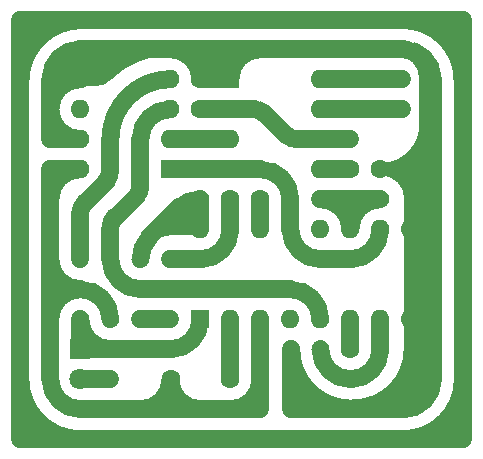
<source format=gbr>
%TF.GenerationSoftware,KiCad,Pcbnew,7.0.5*%
%TF.CreationDate,2024-11-04T15:19:44-05:00*%
%TF.ProjectId,93c46a_cnc,39336334-3661-45f6-936e-632e6b696361,rev?*%
%TF.SameCoordinates,Original*%
%TF.FileFunction,Copper,L2,Bot*%
%TF.FilePolarity,Positive*%
%FSLAX46Y46*%
G04 Gerber Fmt 4.6, Leading zero omitted, Abs format (unit mm)*
G04 Created by KiCad (PCBNEW 7.0.5) date 2024-11-04 15:19:44*
%MOMM*%
%LPD*%
G01*
G04 APERTURE LIST*
G04 Aperture macros list*
%AMHorizOval*
0 Thick line with rounded ends*
0 $1 width*
0 $2 $3 position (X,Y) of the first rounded end (center of the circle)*
0 $4 $5 position (X,Y) of the second rounded end (center of the circle)*
0 Add line between two ends*
20,1,$1,$2,$3,$4,$5,0*
0 Add two circle primitives to create the rounded ends*
1,1,$1,$2,$3*
1,1,$1,$4,$5*%
G04 Aperture macros list end*
%TA.AperFunction,NonConductor*%
%ADD10C,1.500000*%
%TD*%
%TA.AperFunction,NonConductor*%
%ADD11C,1.000000*%
%TD*%
%TA.AperFunction,ComponentPad*%
%ADD12C,1.600000*%
%TD*%
%TA.AperFunction,ComponentPad*%
%ADD13R,1.800000X1.800000*%
%TD*%
%TA.AperFunction,ComponentPad*%
%ADD14C,1.800000*%
%TD*%
%TA.AperFunction,ComponentPad*%
%ADD15C,1.400000*%
%TD*%
%TA.AperFunction,ComponentPad*%
%ADD16O,1.400000X1.400000*%
%TD*%
%TA.AperFunction,ComponentPad*%
%ADD17R,1.600000X1.600000*%
%TD*%
%TA.AperFunction,ComponentPad*%
%ADD18O,1.600000X1.600000*%
%TD*%
%TA.AperFunction,ComponentPad*%
%ADD19HorizOval,1.400000X0.000000X0.000000X0.000000X0.000000X0*%
%TD*%
%TA.AperFunction,ViaPad*%
%ADD20C,1.250000*%
%TD*%
%TA.AperFunction,ViaPad*%
%ADD21C,1.600000*%
%TD*%
%TA.AperFunction,Conductor*%
%ADD22C,1.500000*%
%TD*%
%TA.AperFunction,Conductor*%
%ADD23C,1.000000*%
%TD*%
G04 APERTURE END LIST*
D10*
X37147500Y37247102D02*
X39052500Y35342102D01*
X39052500Y37826895D02*
X39052500Y30262102D01*
X33972500Y37826895D02*
X39052500Y37826895D01*
X1587500Y35269371D02*
X3565231Y37247102D01*
X1587500Y37826895D02*
X1587500Y32711847D01*
X6813970Y37826895D02*
X1587500Y37826895D01*
X4127500Y2322102D02*
X2222500Y4227102D01*
X7937500Y2322102D02*
X4127500Y2322102D01*
X1587500Y2322102D02*
X7937500Y2322102D01*
X1587500Y7402102D02*
X1587500Y2322102D01*
X39052500Y4227102D02*
X37147500Y2322102D01*
X39052500Y8672102D02*
X39052500Y4227102D01*
X39052500Y2322102D02*
X39052500Y8672102D01*
X33972500Y2322102D02*
X39052500Y2322102D01*
X33979518Y4842082D02*
G75*
G03*
X36519518Y7382082I0J2540000D01*
G01*
X6813970Y37826895D02*
X33972500Y37826895D01*
X1587500Y7402102D02*
X1587500Y32711847D01*
X6762537Y37807643D02*
G75*
G03*
X1592282Y32637388I0J-5170255D01*
G01*
X6667500Y2322102D02*
X33972500Y2322102D01*
X1587500Y7402102D02*
G75*
G03*
X6667500Y2322102I5080000J0D01*
G01*
X39052500Y32802102D02*
X39052500Y7402102D01*
X33972500Y2322102D02*
G75*
G03*
X39052500Y7402102I0J5080000D01*
G01*
X39024282Y32739547D02*
G75*
G03*
X33944282Y37819547I-5080000J0D01*
G01*
X24516679Y4862102D02*
X28257500Y4862102D01*
X24516679Y9942102D02*
X24516679Y4862102D01*
X21907500Y4862102D02*
X19367500Y4862102D01*
X21907500Y9942102D02*
X21907500Y4862102D01*
X24524069Y7402102D02*
X24524069Y9942102D01*
X24524069Y7402102D02*
G75*
G03*
X26987500Y4938671I2463431J0D01*
G01*
X33972500Y4862102D02*
X26987500Y4862102D01*
X24516679Y9942102D02*
G75*
G03*
X29527500Y4931281I5010821J0D01*
G01*
X35877500Y7402102D02*
X33972500Y5497102D01*
X29799540Y4938671D02*
G75*
G03*
X34802971Y9942102I0J5003431D01*
G01*
X35242500Y8037102D02*
X35242500Y5497102D01*
X36514103Y32802102D02*
X36514103Y7402102D01*
X36514103Y32802102D02*
G75*
G03*
X33972500Y35343705I-2541603J0D01*
G01*
X6667500Y35343705D02*
X33972500Y35343705D01*
X6667500Y35343705D02*
G75*
G03*
X4125897Y32802102I0J-2541603D01*
G01*
X4127500Y27722102D02*
X4127500Y32711847D01*
X21907500Y7402102D02*
X21907500Y9942102D01*
X18732500Y4862102D02*
X19367500Y4862102D01*
X16827500Y4862102D02*
X18732500Y4862102D01*
X19367500Y4862102D02*
G75*
G03*
X21907500Y7402102I0J2540000D01*
G01*
X4127500Y7402102D02*
X4127500Y12482102D01*
X6667500Y4862102D02*
X16827500Y4862102D01*
X14287500Y7402102D02*
G75*
G03*
X16827500Y4862102I2540000J0D01*
G01*
X11747500Y4862102D02*
G75*
G03*
X14287500Y7402102I0J2540000D01*
G01*
X4127500Y7402102D02*
G75*
G03*
X6667500Y4862102I2540000J0D01*
G01*
X6667500Y12482102D02*
X6667500Y9942102D01*
X6667500Y15025854D02*
G75*
G03*
X4123748Y12482102I0J-2543752D01*
G01*
X4127500Y17562102D02*
G75*
G03*
X6663750Y15025852I2536250J0D01*
G01*
X9207500Y12482102D02*
G75*
G03*
X6667500Y15022102I-2540000J0D01*
G01*
X16827500Y22642101D02*
G75*
G03*
X15031449Y21898153I0J-2539999D01*
G01*
X12491449Y19358153D02*
G75*
G03*
X11747500Y17562102I1796051J-1796051D01*
G01*
D11*
X35319538Y7960064D02*
X34607500Y7960064D01*
X35319538Y7960064D02*
G75*
G03*
X35877500Y9307102I-1347038J1347038D01*
G01*
X35242500Y23912102D02*
X35242500Y8037102D01*
X34607500Y8037102D02*
X34607500Y13117102D01*
X35877500Y19467102D02*
X35877500Y9307102D01*
D10*
X26987500Y12482102D02*
G75*
G03*
X24447500Y15022102I-2540000J0D01*
G01*
X6667500Y27722102D02*
X4127500Y27722102D01*
X4127500Y30262102D02*
G75*
G03*
X6667500Y27722102I2540000J0D01*
G01*
X4127500Y25182102D02*
X4127500Y22642102D01*
X6667500Y25182102D02*
X4127500Y25182102D01*
D11*
X7937500Y32802102D02*
X10477500Y35342102D01*
X6667500Y32802102D02*
X9207500Y35342102D01*
X7937500Y32711847D02*
X6667500Y32711847D01*
X7937500Y32711847D02*
G75*
G03*
X8899346Y33110256I0J1360255D01*
G01*
X14287500Y35342102D02*
G75*
G03*
X8899346Y33110256I0J-7620000D01*
G01*
X6667500Y32802102D02*
X5615398Y33854204D01*
D10*
X6667500Y32802102D02*
G75*
G03*
X4127500Y30262102I0J-2540000D01*
G01*
D11*
X4127500Y30262102D02*
X4127500Y27722102D01*
X9207500Y35342102D02*
G75*
G03*
X4127500Y30262102I0J-5080000D01*
G01*
D10*
X15050072Y21986168D02*
X12510072Y19446168D01*
D11*
X16827500Y22642102D02*
X14287500Y20102102D01*
X14287500Y20102102D02*
G75*
G03*
X16827500Y22642102I0J2540000D01*
G01*
D10*
X16827500Y20102102D02*
X16827500Y22642102D01*
D11*
X29527500Y22642102D02*
X29527500Y20102102D01*
D10*
X26987500Y22642102D02*
X32067500Y22642102D01*
X29527500Y20102102D02*
G75*
G03*
X26987500Y22642102I-2540000J0D01*
G01*
X32067500Y22642102D02*
G75*
G03*
X29527500Y20102102I0J-2540000D01*
G01*
X4127500Y22642102D02*
X4127500Y12482102D01*
X6667500Y25182102D02*
G75*
G03*
X4127500Y22642102I0J-2540000D01*
G01*
X26987500Y9942102D02*
G75*
G03*
X29527500Y7402102I2540000J0D01*
G01*
X29527500Y7402102D02*
G75*
G03*
X32067500Y9942102I0J2540000D01*
G01*
D11*
X34607500Y20102102D02*
X34607500Y12482102D01*
X16827500Y34072102D02*
X19367500Y34072102D01*
X18097500Y32802102D02*
X16827500Y34072102D01*
X18097500Y35342102D02*
X18097500Y32802102D01*
X19367500Y35342102D02*
X18097500Y35342102D01*
X16827500Y32802102D02*
X19367500Y35342102D01*
X19367500Y32802102D02*
X16827500Y35342102D01*
X19367500Y32802102D02*
X19367500Y35342102D01*
X16827500Y32802102D02*
X16827500Y35342102D01*
X32067500Y25182102D02*
X34761577Y25182102D01*
X34761577Y26298025D02*
X34761577Y23912102D01*
X35242500Y20102102D02*
X35242500Y26452102D01*
X34607500Y20102102D02*
X35877500Y20102102D01*
X32067500Y25182102D02*
G75*
G03*
X35877500Y28992102I0J3810000D01*
G01*
X35877500Y32802102D02*
X35877500Y20102102D01*
X35877500Y32802102D02*
G75*
G03*
X33337500Y35342102I-2540000J0D01*
G01*
X19367500Y35342102D02*
X33337500Y35342102D01*
D10*
X21907500Y35342102D02*
G75*
G03*
X19367500Y32802102I0J-2540000D01*
G01*
X16827500Y32802102D02*
G75*
G03*
X14287500Y35342102I-2540000J0D01*
G01*
D11*
X9207500Y35342102D02*
X19367500Y35342102D01*
X9207500Y35342102D02*
G75*
G03*
X6667500Y32802102I0J-2540000D01*
G01*
D10*
X6663750Y21447421D02*
X6663750Y17562102D01*
X6667500Y9942102D02*
X14287500Y9942102D01*
X6667500Y12482102D02*
G75*
G03*
X9207500Y9942102I2540000J0D01*
G01*
X8847647Y24234008D02*
G75*
G03*
X9203750Y25093715I-859703J859707D01*
G01*
X7035724Y22345447D02*
G75*
G03*
X6663750Y21447421I898029J-898026D01*
G01*
X7035724Y22345447D02*
X8885966Y24195689D01*
X9207500Y27722102D02*
X9207500Y25182102D01*
X14287500Y32802102D02*
G75*
G03*
X9207500Y27722102I0J-5080000D01*
G01*
X11747500Y27722102D02*
X11747500Y23748396D01*
X14287500Y30262102D02*
G75*
G03*
X11747500Y27722102I0J-2540000D01*
G01*
X24447500Y22642102D02*
X24447500Y20102102D01*
X19367500Y25182102D02*
X21907500Y25182102D01*
X24447500Y22642102D02*
G75*
G03*
X21907500Y25182102I-2540000J0D01*
G01*
D11*
X34607500Y20102102D02*
X34607500Y22642102D01*
X34607500Y22642102D02*
G75*
G03*
X32067500Y25182102I-2540000J0D01*
G01*
D10*
X19367500Y30262102D02*
X21354353Y30262102D01*
X26987500Y27722102D02*
X25000647Y27722102D01*
X22206187Y29907532D02*
G75*
G03*
X21346480Y30263635I-859707J-859703D01*
G01*
X24094748Y28095609D02*
G75*
G03*
X24992774Y27723635I898026J898029D01*
G01*
X24094748Y28095609D02*
X22244506Y29945851D01*
D11*
X16827500Y20102102D02*
X14287500Y20102102D01*
X14287500Y20102102D02*
G75*
G03*
X11747500Y17562102I0J-2540000D01*
G01*
D10*
X14287500Y9942102D02*
G75*
G03*
X16827500Y12482102I0J2540000D01*
G01*
X29527500Y17562102D02*
X26987500Y17562102D01*
X29527500Y17562102D02*
G75*
G03*
X32067500Y20102102I0J2540000D01*
G01*
X24447500Y20102102D02*
G75*
G03*
X26987500Y17562102I2540000J0D01*
G01*
X16827500Y17562102D02*
G75*
G03*
X19367500Y20102102I0J2540000D01*
G01*
X9207500Y17562102D02*
G75*
G03*
X11747500Y15022102I2540000J0D01*
G01*
X24447500Y15022102D02*
X11747500Y15022102D01*
X9207500Y20102102D02*
X9207500Y17562102D01*
X9579474Y21081981D02*
X11429716Y22932223D01*
X11391397Y22888689D02*
G75*
G03*
X11747500Y23748396I-859706J859708D01*
G01*
X9579474Y21149120D02*
G75*
G03*
X9207500Y20251094I898025J-898025D01*
G01*
D12*
%TO.P,SW1,1,A*%
%TO.N,VCC*%
X14327500Y7402102D03*
%TO.P,SW1,2,B*%
%TO.N,/initiate_read*%
X19327500Y7402102D03*
%TD*%
D13*
%TO.P,D1,1,K*%
%TO.N,GND*%
X6667500Y9947102D03*
D14*
%TO.P,D1,2,A*%
%TO.N,Net-(D1-A)*%
X6667500Y7407102D03*
%TD*%
D15*
%TO.P,r8,1*%
%TO.N,VCC*%
X9207500Y12482102D03*
D16*
%TO.P,r8,2*%
%TO.N,Net-(D1-A)*%
X9207500Y7402102D03*
%TD*%
D15*
%TO.P,r5,1*%
%TO.N,GND*%
X6667500Y12482102D03*
D16*
%TO.P,r5,2*%
%TO.N,/rom_sdo*%
X6667500Y17562102D03*
%TD*%
D15*
%TO.P,r4,1*%
%TO.N,VCC*%
X11747500Y17562102D03*
D16*
%TO.P,r4,2*%
%TO.N,Net-(r2-Pad1)*%
X11747500Y12482102D03*
%TD*%
D17*
%TO.P,U2,1,A*%
%TO.N,GND*%
X16827500Y12482102D03*
D18*
%TO.P,U2,2,B*%
%TO.N,/initiate_read*%
X19367500Y12482102D03*
%TO.P,U2,3,Clr*%
%TO.N,VCC*%
X21907500Y12482102D03*
%TO.P,U2,4,~{Q}*%
%TO.N,unconnected-(U2A-~{Q}-Pad4)*%
X24447500Y12482102D03*
%TO.P,U2,5,Q*%
%TO.N,/rom_sdi*%
X26987500Y12482102D03*
%TO.P,U2,6,Cext*%
%TO.N,Net-(U2B-Cext)*%
X29527500Y12482102D03*
%TO.P,U2,7,RCext*%
%TO.N,Net-(U2B-RCext)*%
X32067500Y12482102D03*
%TO.P,U2,8,GND*%
%TO.N,GND*%
X34607500Y12482102D03*
%TO.P,U2,9,A*%
X34607500Y20102102D03*
%TO.P,U2,10,B*%
%TO.N,/rom_cs*%
X32067500Y20102102D03*
%TO.P,U2,11,Clr*%
%TO.N,VCC*%
X29527500Y20102102D03*
%TO.P,U2,12,~{Q}*%
%TO.N,unconnected-(U2B-~{Q}-Pad12)*%
X26987500Y20102102D03*
%TO.P,U2,13,Q*%
%TO.N,/rom_cs*%
X24447500Y20102102D03*
%TO.P,U2,14,Cext*%
%TO.N,Net-(U2A-Cext)*%
X21907500Y20102102D03*
%TO.P,U2,15,RCext*%
%TO.N,Net-(U2A-RCext)*%
X19367500Y20102102D03*
%TO.P,U2,16,VCC*%
%TO.N,VCC*%
X16827500Y20102102D03*
%TD*%
D16*
%TO.P,r3,2*%
%TO.N,Net-(U2B-RCext)*%
X26987500Y9942102D03*
D15*
%TO.P,r3,1*%
%TO.N,VCC*%
X21907500Y9942102D03*
%TD*%
%TO.P,r2,1*%
%TO.N,Net-(r2-Pad1)*%
X14287500Y12482102D03*
D16*
%TO.P,r2,2*%
%TO.N,Net-(U2A-RCext)*%
X14287500Y17562102D03*
%TD*%
D12*
%TO.P,C4,1*%
%TO.N,Net-(U2B-RCext)*%
X32027500Y9942102D03*
%TO.P,C4,2*%
%TO.N,Net-(U2B-Cext)*%
X29527500Y9942102D03*
%TD*%
%TO.P,C1,1*%
%TO.N,Net-(U2A-RCext)*%
X19367500Y22642102D03*
%TO.P,C1,2*%
%TO.N,Net-(U2A-Cext)*%
X21867500Y22642102D03*
%TD*%
D17*
%TO.P,U4,1,GND*%
%TO.N,GND*%
X19367500Y32802102D03*
D18*
%TO.P,U4,2,TR*%
%TO.N,Net-(U4-THR)*%
X19367500Y30262102D03*
%TO.P,U4,3,Q*%
%TO.N,/rom_scl*%
X19367500Y27722102D03*
%TO.P,U4,4,R*%
%TO.N,/rom_cs*%
X19367500Y25182102D03*
%TO.P,U4,5,CV*%
%TO.N,Net-(U4-CV)*%
X26987500Y25182102D03*
%TO.P,U4,6,THR*%
%TO.N,Net-(U4-THR)*%
X26987500Y27722102D03*
%TO.P,U4,7,DIS*%
%TO.N,Net-(U4-DIS)*%
X26987500Y30262102D03*
%TO.P,U4,8,VCC*%
%TO.N,VCC*%
X26987500Y32802102D03*
%TD*%
D15*
%TO.P,r7,1*%
%TO.N,Net-(U4-THR)*%
X29527500Y27722102D03*
D19*
%TO.P,r7,2*%
%TO.N,Net-(U4-DIS)*%
X33926909Y30262102D03*
%TD*%
D15*
%TO.P,r6,1*%
%TO.N,Net-(U4-DIS)*%
X29527500Y30262102D03*
D19*
%TO.P,r6,2*%
%TO.N,VCC*%
X33926909Y32802102D03*
%TD*%
D15*
%TO.P,r1,1*%
%TO.N,GND*%
X14287500Y9942102D03*
D16*
%TO.P,r1,2*%
%TO.N,/initiate_read*%
X19367500Y9942102D03*
%TD*%
D12*
%TO.P,C6,1*%
%TO.N,Net-(U4-THR)*%
X16827500Y30302102D03*
%TO.P,C6,2*%
%TO.N,GND*%
X16827500Y32802102D03*
%TD*%
%TO.P,C5,1*%
%TO.N,Net-(U4-CV)*%
X29527500Y25182102D03*
%TO.P,C5,2*%
%TO.N,GND*%
X32027500Y25182102D03*
%TD*%
D17*
%TO.P,U1,1,CS*%
%TO.N,/rom_cs*%
X14287500Y25182102D03*
D18*
%TO.P,U1,2,SCLK*%
%TO.N,/rom_scl*%
X14287500Y27722102D03*
%TO.P,U1,3,DI*%
%TO.N,/rom_sdi*%
X14287500Y30262102D03*
%TO.P,U1,4,DO*%
%TO.N,/rom_sdo*%
X14287500Y32802102D03*
%TO.P,U1,5,GND*%
%TO.N,GND*%
X6667500Y32802102D03*
%TO.P,U1,6,NC*%
%TO.N,unconnected-(U1-NC-Pad6)*%
X6667500Y30262102D03*
%TO.P,U1,7,NC*%
%TO.N,unconnected-(U1-NC-Pad7)*%
X6667500Y27722102D03*
%TO.P,U1,8,VCC*%
%TO.N,VCC*%
X6667500Y25182102D03*
%TD*%
D20*
%TO.N,VCC*%
X6667500Y20737102D03*
D21*
%TO.N,*%
X2222500Y37247102D03*
X2222500Y2957102D03*
X38417500Y2957102D03*
X38417500Y37247102D03*
D20*
%TO.N,VCC*%
X4127500Y27722102D03*
X4127500Y25182102D03*
X4127500Y22642102D03*
X16827500Y22642102D03*
X26987500Y22642102D03*
X29527500Y32802102D03*
%TD*%
D22*
%TO.N,/initiate_read*%
X19367500Y7442102D02*
X19327500Y7402102D01*
X19367500Y12482102D02*
X19367500Y7442102D01*
D23*
%TO.N,Net-(D1-A)*%
X6672500Y7402102D02*
X6667500Y7407102D01*
D22*
X9207500Y7402102D02*
X6672500Y7402102D01*
%TO.N,VCC*%
X29527500Y32802102D02*
X26987500Y32802102D01*
X21907500Y12482102D02*
X21907500Y9942102D01*
X33926909Y32802102D02*
X29527500Y32802102D01*
%TO.N,Net-(U2A-RCext)*%
X16827500Y17562102D02*
X14287500Y17562102D01*
X19367500Y22642102D02*
X19367500Y20102102D01*
%TO.N,Net-(U4-CV)*%
X26987500Y25182102D02*
X29527500Y25182102D01*
D23*
%TO.N,Net-(U2B-RCext)*%
X32067500Y9982102D02*
X32027500Y9942102D01*
D22*
X32067500Y12482102D02*
X32067500Y9982102D01*
%TO.N,Net-(U2B-Cext)*%
X29527500Y12482102D02*
X29527500Y9942102D01*
%TO.N,Net-(r2-Pad1)*%
X11747500Y12482102D02*
X14287500Y12482102D01*
D23*
%TO.N,Net-(U2A-Cext)*%
X21867500Y20142102D02*
X21907500Y20102102D01*
D22*
X21867500Y22642102D02*
X21867500Y20142102D01*
%TO.N,/rom_cs*%
X14287500Y25182102D02*
X19367500Y25182102D01*
%TO.N,/rom_scl*%
X19367500Y27722102D02*
X14287500Y27722102D01*
%TO.N,Net-(U4-DIS)*%
X29527500Y30262102D02*
X33926909Y30262102D01*
X29527500Y30262102D02*
X26987500Y30262102D01*
%TO.N,Net-(U4-THR)*%
X26987500Y27722102D02*
X29527500Y27722102D01*
X19367500Y30262102D02*
X16867500Y30262102D01*
D23*
X16867500Y30262102D02*
X16827500Y30302102D01*
D22*
%TO.N,GND*%
X19367500Y32802102D02*
X16827500Y32802102D01*
%TD*%
M02*

</source>
